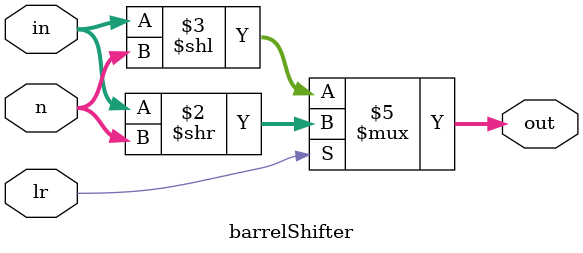
<source format=v>

module barrelShifter#(parameter width = 8,parameter nWidth = 3)
(
	input [width-1:0]in,
	input	[nWidth-1:0]n,
	input lr, // 1 rigth, 0 left 
	output reg [width-1:0]out
);

always@(*) 
	begin 
		if(lr)
			out = in >> n; 
		else 
			out = in << n;
	end

endmodule
</source>
